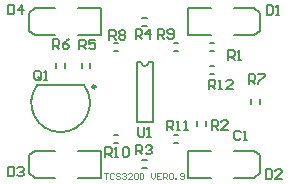
<source format=gto>
%FSLAX25Y25*%
%MOIN*%
G70*
G01*
G75*
%ADD10R,0.03543X0.02756*%
%ADD11R,0.02756X0.03543*%
%ADD12R,0.03543X0.03150*%
%ADD13R,0.05906X0.05906*%
%ADD14R,0.08858X0.01969*%
%ADD15O,0.08858X0.01969*%
%ADD16C,0.01969*%
%ADD17C,0.00394*%
%ADD18R,0.05906X0.05906*%
%ADD19C,0.05906*%
%ADD20O,0.03937X0.07874*%
%ADD21O,0.03937X0.07874*%
%ADD22C,0.03150*%
%ADD23C,0.00787*%
%ADD24C,0.00984*%
%ADD25C,0.00591*%
D17*
X344500Y257068D02*
X345812D01*
X345156D01*
Y255100D01*
X347780Y256740D02*
X347452Y257068D01*
X346796D01*
X346468Y256740D01*
Y255428D01*
X346796Y255100D01*
X347452D01*
X347780Y255428D01*
X349748Y256740D02*
X349420Y257068D01*
X348764D01*
X348436Y256740D01*
Y256412D01*
X348764Y256084D01*
X349420D01*
X349748Y255756D01*
Y255428D01*
X349420Y255100D01*
X348764D01*
X348436Y255428D01*
X350404Y256740D02*
X350732Y257068D01*
X351388D01*
X351715Y256740D01*
Y256412D01*
X351388Y256084D01*
X351060D01*
X351388D01*
X351715Y255756D01*
Y255428D01*
X351388Y255100D01*
X350732D01*
X350404Y255428D01*
X353683Y255100D02*
X352371D01*
X353683Y256412D01*
Y256740D01*
X353355Y257068D01*
X352699D01*
X352371Y256740D01*
X354339D02*
X354667Y257068D01*
X355323D01*
X355651Y256740D01*
Y255428D01*
X355323Y255100D01*
X354667D01*
X354339Y255428D01*
Y256740D01*
X356307D02*
X356635Y257068D01*
X357291D01*
X357619Y256740D01*
Y255428D01*
X357291Y255100D01*
X356635D01*
X356307Y255428D01*
Y256740D01*
X360243Y257068D02*
Y255756D01*
X360899Y255100D01*
X361555Y255756D01*
Y257068D01*
X363523D02*
X362211D01*
Y255100D01*
X363523D01*
X362211Y256084D02*
X362867D01*
X364179Y255100D02*
Y257068D01*
X365162D01*
X365491Y256740D01*
Y256084D01*
X365162Y255756D01*
X364179D01*
X364834D02*
X365491Y255100D01*
X366146Y256740D02*
X366474Y257068D01*
X367130D01*
X367458Y256740D01*
Y255428D01*
X367130Y255100D01*
X366474D01*
X366146Y255428D01*
Y256740D01*
X368114Y255100D02*
Y255428D01*
X368442D01*
Y255100D01*
X368114D01*
X369754Y255428D02*
X370082Y255100D01*
X370738D01*
X371066Y255428D01*
Y256740D01*
X370738Y257068D01*
X370082D01*
X369754Y256740D01*
Y256412D01*
X370082Y256084D01*
X371066D01*
D23*
X356839Y294000D02*
G03*
X359339Y294000I1250J0D01*
G01*
X322205Y286405D02*
G03*
X337795Y286405I7795J-5906D01*
G01*
X337122Y292213D02*
Y293787D01*
X339878Y292213D02*
Y293787D01*
X347713Y300378D02*
X349287D01*
X347713Y297622D02*
X349287D01*
X357302Y306122D02*
X358876D01*
X357302Y308878D02*
X358876D01*
X367713Y297622D02*
X369287D01*
X367713Y300378D02*
X369287D01*
X379713Y297622D02*
X381287D01*
X379713Y300378D02*
X381287D01*
X379713Y290122D02*
X381287D01*
X379713Y292878D02*
X381287D01*
X396378Y280213D02*
Y281787D01*
X393622Y280213D02*
Y281787D01*
X378378Y272713D02*
Y274287D01*
X375622Y272713D02*
Y274287D01*
X367713Y267122D02*
X369287D01*
X367713Y269878D02*
X369287D01*
X335937Y312028D02*
X343417D01*
X335937Y302972D02*
X343417D01*
Y312028D01*
X319402Y304547D02*
Y310453D01*
X321370Y312028D02*
X328063D01*
X319402Y304547D02*
X321370Y302972D01*
X319402Y310453D02*
X321370Y312028D01*
X321370Y302972D02*
X328063D01*
X335937Y264528D02*
X343417D01*
X335937Y255472D02*
X343417D01*
Y264528D01*
X319402Y257047D02*
Y262953D01*
X321370Y264528D02*
X328063D01*
X319402Y257047D02*
X321370Y255472D01*
X319402Y262953D02*
X321370Y264528D01*
X321370Y255472D02*
X328063D01*
X372583D02*
X380063D01*
X372583Y264528D02*
X380063D01*
X372583Y255472D02*
Y264528D01*
X396598Y257047D02*
Y262953D01*
X387937Y255472D02*
X394630D01*
Y264528D02*
X396598Y262953D01*
X394630Y255472D02*
X396598Y257047D01*
X387937Y264528D02*
X394630D01*
X372583Y302972D02*
X380063D01*
X372583Y312028D02*
X380063D01*
X372583Y302972D02*
Y312028D01*
X396598Y304547D02*
Y310453D01*
X387937Y302972D02*
X394630D01*
Y312028D02*
X396598Y310453D01*
X394630Y302972D02*
X396598Y304547D01*
X387937Y312028D02*
X394630D01*
X355435Y294000D02*
X356839D01*
X359339D02*
X360735D01*
Y274000D02*
Y294000D01*
X355435Y274000D02*
X360735D01*
X355435D02*
Y294000D01*
X322205Y286405D02*
X337795D01*
X328622Y292213D02*
Y293787D01*
X331378Y292213D02*
Y293787D01*
X357302Y258622D02*
X358876D01*
X357302Y261378D02*
X358876D01*
X347713Y269878D02*
X349287D01*
X347713Y267122D02*
X349287D01*
D24*
X341634Y285815D02*
G03*
X341634Y285815I-492J0D01*
G01*
D25*
X389999Y270724D02*
X389474Y271249D01*
X388425D01*
X387900Y270724D01*
Y268625D01*
X388425Y268100D01*
X389474D01*
X389999Y268625D01*
X391049Y268100D02*
X392098D01*
X391573D01*
Y271249D01*
X391049Y270724D01*
X398700Y313049D02*
Y309900D01*
X400274D01*
X400799Y310425D01*
Y312524D01*
X400274Y313049D01*
X398700D01*
X401849Y309900D02*
X402898D01*
X402373D01*
Y313049D01*
X401849Y312524D01*
X398400Y258349D02*
Y255200D01*
X399974D01*
X400499Y255725D01*
Y257824D01*
X399974Y258349D01*
X398400D01*
X403648Y255200D02*
X401549D01*
X403648Y257299D01*
Y257824D01*
X403123Y258349D01*
X402073D01*
X401549Y257824D01*
X312400Y259149D02*
Y256000D01*
X313974D01*
X314499Y256525D01*
Y258624D01*
X313974Y259149D01*
X312400D01*
X315549Y258624D02*
X316073Y259149D01*
X317123D01*
X317648Y258624D01*
Y258099D01*
X317123Y257574D01*
X316598D01*
X317123D01*
X317648Y257049D01*
Y256525D01*
X317123Y256000D01*
X316073D01*
X315549Y256525D01*
X312500Y313149D02*
Y310000D01*
X314074D01*
X314599Y310525D01*
Y312624D01*
X314074Y313149D01*
X312500D01*
X317223Y310000D02*
Y313149D01*
X315649Y311574D01*
X317748D01*
X323399Y288625D02*
Y290724D01*
X322874Y291249D01*
X321825D01*
X321300Y290724D01*
Y288625D01*
X321825Y288100D01*
X322874D01*
X322350Y289149D02*
X323399Y288100D01*
X322874D02*
X323399Y288625D01*
X324449Y288100D02*
X325498D01*
X324973D01*
Y291249D01*
X324449Y290724D01*
X385900Y294800D02*
Y297949D01*
X387474D01*
X387999Y297424D01*
Y296374D01*
X387474Y295849D01*
X385900D01*
X386949D02*
X387999Y294800D01*
X389049D02*
X390098D01*
X389573D01*
Y297949D01*
X389049Y297424D01*
X380400Y271600D02*
Y274749D01*
X381974D01*
X382499Y274224D01*
Y273174D01*
X381974Y272650D01*
X380400D01*
X381450D02*
X382499Y271600D01*
X385648D02*
X383549D01*
X385648Y273699D01*
Y274224D01*
X385123Y274749D01*
X384073D01*
X383549Y274224D01*
X355200Y263300D02*
Y266449D01*
X356774D01*
X357299Y265924D01*
Y264874D01*
X356774Y264350D01*
X355200D01*
X356249D02*
X357299Y263300D01*
X358349Y265924D02*
X358873Y266449D01*
X359923D01*
X360448Y265924D01*
Y265399D01*
X359923Y264874D01*
X359398D01*
X359923D01*
X360448Y264350D01*
Y263825D01*
X359923Y263300D01*
X358873D01*
X358349Y263825D01*
X355000Y301800D02*
Y304949D01*
X356574D01*
X357099Y304424D01*
Y303374D01*
X356574Y302850D01*
X355000D01*
X356049D02*
X357099Y301800D01*
X359723D02*
Y304949D01*
X358149Y303374D01*
X360248D01*
X336300Y298400D02*
Y301549D01*
X337874D01*
X338399Y301024D01*
Y299974D01*
X337874Y299449D01*
X336300D01*
X337350D02*
X338399Y298400D01*
X341548Y301549D02*
X339449D01*
Y299974D01*
X340498Y300499D01*
X341023D01*
X341548Y299974D01*
Y298925D01*
X341023Y298400D01*
X339973D01*
X339449Y298925D01*
X327500Y298500D02*
Y301649D01*
X329074D01*
X329599Y301124D01*
Y300074D01*
X329074Y299550D01*
X327500D01*
X328550D02*
X329599Y298500D01*
X332748Y301649D02*
X331698Y301124D01*
X330649Y300074D01*
Y299025D01*
X331173Y298500D01*
X332223D01*
X332748Y299025D01*
Y299550D01*
X332223Y300074D01*
X330649D01*
X392800Y286800D02*
Y289949D01*
X394374D01*
X394899Y289424D01*
Y288374D01*
X394374Y287849D01*
X392800D01*
X393849D02*
X394899Y286800D01*
X395949Y289949D02*
X398048D01*
Y289424D01*
X395949Y287325D01*
Y286800D01*
X346300Y301600D02*
Y304749D01*
X347874D01*
X348399Y304224D01*
Y303174D01*
X347874Y302649D01*
X346300D01*
X347350D02*
X348399Y301600D01*
X349449Y304224D02*
X349973Y304749D01*
X351023D01*
X351548Y304224D01*
Y303699D01*
X351023Y303174D01*
X351548Y302649D01*
Y302125D01*
X351023Y301600D01*
X349973D01*
X349449Y302125D01*
Y302649D01*
X349973Y303174D01*
X349449Y303699D01*
Y304224D01*
X349973Y303174D02*
X351023D01*
X362400Y301900D02*
Y305049D01*
X363974D01*
X364499Y304524D01*
Y303474D01*
X363974Y302950D01*
X362400D01*
X363450D02*
X364499Y301900D01*
X365549Y302425D02*
X366073Y301900D01*
X367123D01*
X367648Y302425D01*
Y304524D01*
X367123Y305049D01*
X366073D01*
X365549Y304524D01*
Y303999D01*
X366073Y303474D01*
X367648D01*
X344900Y262500D02*
Y265649D01*
X346474D01*
X346999Y265124D01*
Y264074D01*
X346474Y263549D01*
X344900D01*
X345950D02*
X346999Y262500D01*
X348049D02*
X349098D01*
X348573D01*
Y265649D01*
X348049Y265124D01*
X350672D02*
X351197Y265649D01*
X352247D01*
X352771Y265124D01*
Y263025D01*
X352247Y262500D01*
X351197D01*
X350672Y263025D01*
Y265124D01*
X365500Y271400D02*
Y274549D01*
X367074D01*
X367599Y274024D01*
Y272974D01*
X367074Y272449D01*
X365500D01*
X366549D02*
X367599Y271400D01*
X368649D02*
X369698D01*
X369173D01*
Y274549D01*
X368649Y274024D01*
X371272Y271400D02*
X372322D01*
X371797D01*
Y274549D01*
X371272Y274024D01*
X379500Y285100D02*
Y288249D01*
X381074D01*
X381599Y287724D01*
Y286674D01*
X381074Y286150D01*
X379500D01*
X380550D02*
X381599Y285100D01*
X382649D02*
X383698D01*
X383173D01*
Y288249D01*
X382649Y287724D01*
X387371Y285100D02*
X385272D01*
X387371Y287199D01*
Y287724D01*
X386847Y288249D01*
X385797D01*
X385272Y287724D01*
X355800Y272349D02*
Y269725D01*
X356325Y269200D01*
X357374D01*
X357899Y269725D01*
Y272349D01*
X358949Y269200D02*
X359998D01*
X359473D01*
Y272349D01*
X358949Y271824D01*
M02*

</source>
